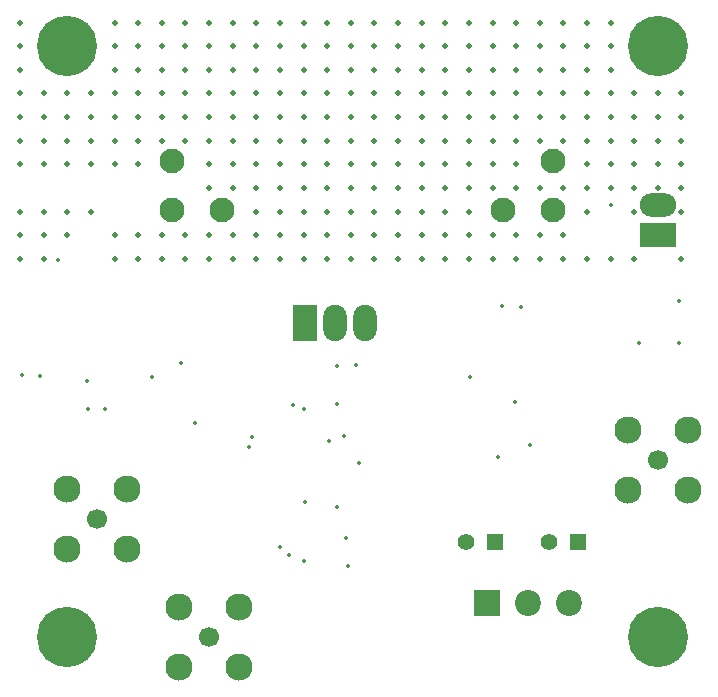
<source format=gbs>
G04*
G04 #@! TF.GenerationSoftware,Altium Limited,Altium Designer,21.9.1 (22)*
G04*
G04 Layer_Color=16711935*
%FSAX44Y44*%
%MOMM*%
G71*
G04*
G04 #@! TF.SameCoordinates,0D14A302-91A5-4368-AE17-AEAA60D505F3*
G04*
G04*
G04 #@! TF.FilePolarity,Negative*
G04*
G01*
G75*
%ADD26C,5.1000*%
%ADD27C,1.7000*%
%ADD28C,2.3000*%
%ADD29C,2.1000*%
%ADD30O,3.1000X2.0000*%
%ADD31R,3.1000X2.0000*%
%ADD32R,2.0000X3.1000*%
%ADD33O,2.0000X3.1000*%
%ADD34R,1.4000X1.4000*%
%ADD35C,1.4000*%
%ADD36C,2.2000*%
%ADD37R,2.2000X2.2000*%
%ADD38C,0.5000*%
%ADD39C,0.3400*%
D26*
X00550000Y00050000D02*
D03*
X00050000D02*
D03*
X00550000Y00550000D02*
D03*
X00050000D02*
D03*
D27*
X00550000Y00200000D02*
D03*
X00075000Y00150000D02*
D03*
X00170000Y00050000D02*
D03*
D28*
X00524600Y00174600D02*
D03*
X00575400D02*
D03*
Y00225400D02*
D03*
X00524600D02*
D03*
X00049600Y00124600D02*
D03*
X00100400D02*
D03*
Y00175400D02*
D03*
X00049600D02*
D03*
X00144600Y00024600D02*
D03*
X00195400D02*
D03*
Y00075400D02*
D03*
X00144600D02*
D03*
D29*
X00461000Y00411000D02*
D03*
Y00453000D02*
D03*
X00419000Y00411000D02*
D03*
X00181000D02*
D03*
X00139000Y00453000D02*
D03*
Y00411000D02*
D03*
D30*
X00550000Y00415400D02*
D03*
D31*
Y00390000D02*
D03*
D32*
X00251600Y00316000D02*
D03*
D33*
X00277000D02*
D03*
X00302400D02*
D03*
D34*
X00412500Y00130000D02*
D03*
X00482500D02*
D03*
D35*
X00387500D02*
D03*
X00457500D02*
D03*
D36*
X00440000Y00079001D02*
D03*
X00475000D02*
D03*
D37*
X00405000D02*
D03*
D38*
X00570002Y00510001D02*
D03*
Y00490001D02*
D03*
Y00470001D02*
D03*
Y00450001D02*
D03*
Y00430001D02*
D03*
Y00410001D02*
D03*
Y00370001D02*
D03*
X00550002Y00510001D02*
D03*
Y00490001D02*
D03*
Y00470001D02*
D03*
Y00450001D02*
D03*
Y00430001D02*
D03*
X00530002Y00510001D02*
D03*
Y00490001D02*
D03*
Y00470001D02*
D03*
Y00450001D02*
D03*
Y00430001D02*
D03*
Y00410001D02*
D03*
Y00370001D02*
D03*
X00510002Y00570001D02*
D03*
Y00550001D02*
D03*
Y00530001D02*
D03*
Y00510001D02*
D03*
Y00490001D02*
D03*
Y00470001D02*
D03*
Y00450001D02*
D03*
Y00430001D02*
D03*
Y00370001D02*
D03*
X00490002Y00570001D02*
D03*
Y00550001D02*
D03*
Y00530001D02*
D03*
Y00510001D02*
D03*
Y00490001D02*
D03*
Y00470001D02*
D03*
Y00450001D02*
D03*
Y00430001D02*
D03*
Y00410001D02*
D03*
Y00370001D02*
D03*
X00470002Y00570001D02*
D03*
Y00550001D02*
D03*
Y00530001D02*
D03*
Y00510001D02*
D03*
Y00490001D02*
D03*
Y00470001D02*
D03*
Y00430001D02*
D03*
Y00390001D02*
D03*
Y00370001D02*
D03*
X00450002Y00570001D02*
D03*
Y00550001D02*
D03*
Y00530001D02*
D03*
Y00510001D02*
D03*
Y00490001D02*
D03*
Y00470001D02*
D03*
Y00430001D02*
D03*
Y00390001D02*
D03*
Y00370001D02*
D03*
X00430002Y00570001D02*
D03*
Y00550001D02*
D03*
Y00530001D02*
D03*
Y00510001D02*
D03*
Y00490001D02*
D03*
Y00470001D02*
D03*
Y00450001D02*
D03*
Y00430001D02*
D03*
Y00390001D02*
D03*
Y00370001D02*
D03*
X00410002Y00570001D02*
D03*
Y00550001D02*
D03*
Y00530001D02*
D03*
Y00510001D02*
D03*
Y00490001D02*
D03*
Y00470001D02*
D03*
Y00450001D02*
D03*
Y00430001D02*
D03*
Y00390001D02*
D03*
Y00370001D02*
D03*
X00390002Y00570001D02*
D03*
Y00550001D02*
D03*
Y00530001D02*
D03*
Y00510001D02*
D03*
Y00490001D02*
D03*
Y00470001D02*
D03*
Y00450001D02*
D03*
Y00430001D02*
D03*
Y00410001D02*
D03*
Y00390001D02*
D03*
Y00370001D02*
D03*
X00370001Y00570001D02*
D03*
Y00550001D02*
D03*
Y00530001D02*
D03*
Y00510001D02*
D03*
Y00490001D02*
D03*
Y00470001D02*
D03*
Y00450001D02*
D03*
Y00430001D02*
D03*
Y00410001D02*
D03*
Y00390001D02*
D03*
Y00370001D02*
D03*
X00350001Y00570001D02*
D03*
Y00550001D02*
D03*
Y00530001D02*
D03*
Y00510001D02*
D03*
Y00490001D02*
D03*
Y00470001D02*
D03*
Y00450001D02*
D03*
Y00430001D02*
D03*
Y00410001D02*
D03*
Y00390001D02*
D03*
Y00370001D02*
D03*
X00330001Y00570001D02*
D03*
Y00550001D02*
D03*
Y00530001D02*
D03*
Y00510001D02*
D03*
Y00490001D02*
D03*
Y00470001D02*
D03*
Y00450001D02*
D03*
Y00430001D02*
D03*
Y00410001D02*
D03*
Y00390001D02*
D03*
Y00370001D02*
D03*
X00310002Y00570001D02*
D03*
Y00550001D02*
D03*
Y00530001D02*
D03*
Y00510001D02*
D03*
Y00490001D02*
D03*
Y00470001D02*
D03*
Y00450001D02*
D03*
Y00430001D02*
D03*
Y00410001D02*
D03*
Y00390001D02*
D03*
Y00370001D02*
D03*
X00290002Y00570001D02*
D03*
Y00550001D02*
D03*
Y00530001D02*
D03*
Y00510001D02*
D03*
Y00490001D02*
D03*
Y00470001D02*
D03*
Y00450001D02*
D03*
Y00430001D02*
D03*
Y00410001D02*
D03*
Y00390001D02*
D03*
Y00370001D02*
D03*
X00270002Y00570001D02*
D03*
Y00550001D02*
D03*
Y00530001D02*
D03*
Y00510001D02*
D03*
Y00490001D02*
D03*
Y00470001D02*
D03*
Y00450001D02*
D03*
Y00430001D02*
D03*
Y00410001D02*
D03*
Y00390001D02*
D03*
Y00370001D02*
D03*
X00250002Y00570001D02*
D03*
Y00550001D02*
D03*
Y00530001D02*
D03*
Y00510001D02*
D03*
Y00490001D02*
D03*
Y00470001D02*
D03*
Y00450001D02*
D03*
Y00430001D02*
D03*
Y00410001D02*
D03*
Y00390001D02*
D03*
Y00370001D02*
D03*
X00230002Y00570001D02*
D03*
Y00550001D02*
D03*
Y00530001D02*
D03*
Y00510001D02*
D03*
Y00490001D02*
D03*
Y00470001D02*
D03*
Y00450001D02*
D03*
Y00430001D02*
D03*
Y00410001D02*
D03*
Y00390001D02*
D03*
Y00370001D02*
D03*
X00210002Y00570001D02*
D03*
Y00550001D02*
D03*
Y00530001D02*
D03*
Y00510001D02*
D03*
Y00490001D02*
D03*
Y00470001D02*
D03*
Y00450001D02*
D03*
Y00430001D02*
D03*
Y00410001D02*
D03*
Y00390001D02*
D03*
Y00370001D02*
D03*
X00190001Y00570001D02*
D03*
Y00550001D02*
D03*
Y00530001D02*
D03*
Y00510001D02*
D03*
Y00490001D02*
D03*
Y00470001D02*
D03*
Y00450001D02*
D03*
Y00430001D02*
D03*
Y00390001D02*
D03*
Y00370001D02*
D03*
X00170001Y00570001D02*
D03*
Y00550001D02*
D03*
Y00530001D02*
D03*
Y00510001D02*
D03*
Y00490001D02*
D03*
Y00470001D02*
D03*
Y00450001D02*
D03*
Y00430001D02*
D03*
Y00390001D02*
D03*
Y00370001D02*
D03*
X00150001Y00570001D02*
D03*
Y00550001D02*
D03*
Y00530001D02*
D03*
Y00510001D02*
D03*
Y00490001D02*
D03*
Y00470001D02*
D03*
Y00390001D02*
D03*
Y00370001D02*
D03*
X00130001Y00570001D02*
D03*
Y00550001D02*
D03*
Y00530001D02*
D03*
Y00510001D02*
D03*
Y00490001D02*
D03*
Y00470001D02*
D03*
Y00390001D02*
D03*
Y00370001D02*
D03*
X00110001Y00570001D02*
D03*
Y00550001D02*
D03*
Y00530001D02*
D03*
Y00510001D02*
D03*
Y00490001D02*
D03*
Y00470001D02*
D03*
Y00450001D02*
D03*
Y00390001D02*
D03*
Y00370001D02*
D03*
X00090001Y00570001D02*
D03*
Y00550001D02*
D03*
Y00530001D02*
D03*
Y00510001D02*
D03*
Y00490001D02*
D03*
Y00470001D02*
D03*
Y00450001D02*
D03*
Y00390001D02*
D03*
Y00370001D02*
D03*
X00070001Y00510001D02*
D03*
Y00490001D02*
D03*
Y00470001D02*
D03*
Y00450001D02*
D03*
Y00410001D02*
D03*
X00050001Y00510001D02*
D03*
Y00490001D02*
D03*
Y00470001D02*
D03*
Y00450001D02*
D03*
Y00410001D02*
D03*
Y00390001D02*
D03*
X00030001Y00510001D02*
D03*
Y00490001D02*
D03*
Y00470001D02*
D03*
Y00450001D02*
D03*
Y00410001D02*
D03*
Y00390001D02*
D03*
Y00370001D02*
D03*
X00010001Y00570001D02*
D03*
Y00550001D02*
D03*
Y00530001D02*
D03*
Y00510001D02*
D03*
Y00490001D02*
D03*
Y00470001D02*
D03*
Y00450001D02*
D03*
Y00410001D02*
D03*
Y00390001D02*
D03*
Y00370001D02*
D03*
D39*
X00238000Y00119000D02*
D03*
X00067000Y00267000D02*
D03*
X00429000Y00249000D02*
D03*
X00391000Y00270000D02*
D03*
X00510000Y00416000D02*
D03*
X00042000Y00369000D02*
D03*
X00012000Y00272000D02*
D03*
X00067750Y00243250D02*
D03*
X00082250D02*
D03*
X00146000Y00282000D02*
D03*
X00230000Y00126000D02*
D03*
X00287250Y00110250D02*
D03*
X00286250Y00133250D02*
D03*
X00284000Y00220000D02*
D03*
X00241000Y00246000D02*
D03*
X00278000Y00279000D02*
D03*
X00415000Y00202000D02*
D03*
X00442000Y00212000D02*
D03*
X00434000Y00329000D02*
D03*
X00418000Y00330000D02*
D03*
X00534000Y00299000D02*
D03*
X00568000Y00334000D02*
D03*
Y00299000D02*
D03*
X00158000Y00231000D02*
D03*
X00251000Y00164000D02*
D03*
X00278000Y00160000D02*
D03*
X00250000Y00114000D02*
D03*
X00297000Y00197000D02*
D03*
X00271500Y00215500D02*
D03*
X00294000Y00280000D02*
D03*
X00250000Y00243000D02*
D03*
X00278000Y00247000D02*
D03*
X00206000Y00219000D02*
D03*
X00204000Y00211000D02*
D03*
X00122000Y00270000D02*
D03*
X00027000Y00271000D02*
D03*
M02*

</source>
